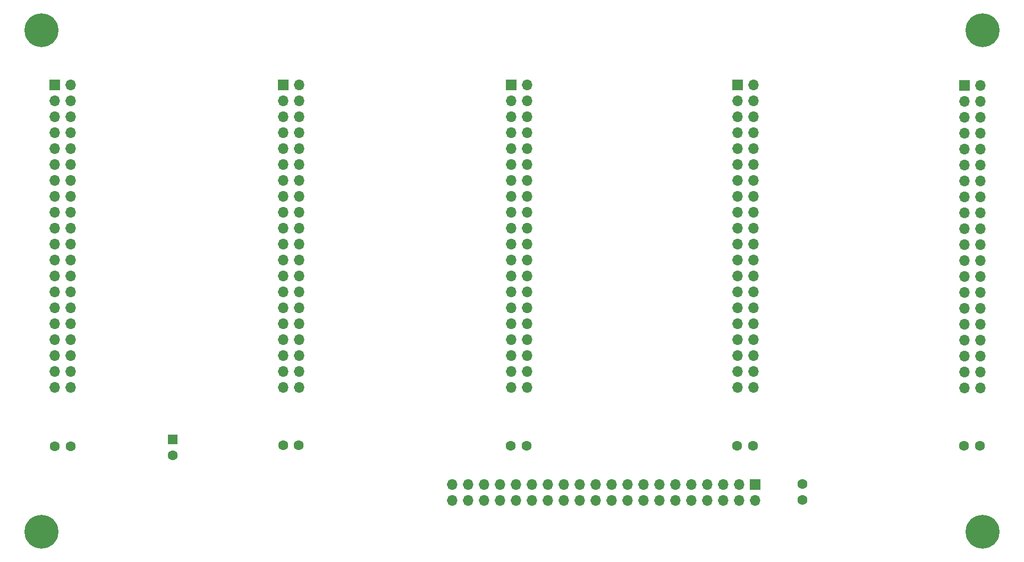
<source format=gbr>
%TF.GenerationSoftware,KiCad,Pcbnew,8.0.6*%
%TF.CreationDate,2024-12-15T12:43:40+01:00*%
%TF.ProjectId,busboard,62757362-6f61-4726-942e-6b696361645f,1.0*%
%TF.SameCoordinates,Original*%
%TF.FileFunction,Soldermask,Top*%
%TF.FilePolarity,Negative*%
%FSLAX46Y46*%
G04 Gerber Fmt 4.6, Leading zero omitted, Abs format (unit mm)*
G04 Created by KiCad (PCBNEW 8.0.6) date 2024-12-15 12:43:40*
%MOMM*%
%LPD*%
G01*
G04 APERTURE LIST*
%ADD10C,3.100000*%
%ADD11C,5.400000*%
%ADD12R,1.700000X1.700000*%
%ADD13O,1.700000X1.700000*%
%ADD14C,1.600000*%
%ADD15R,1.600000X1.600000*%
G04 APERTURE END LIST*
D10*
%TO.C,hole1*%
X236800000Y-38000000D03*
D11*
X236800000Y-38000000D03*
%TD*%
D12*
%TO.C,J3*%
X161660000Y-46700000D03*
D13*
X164200000Y-46700000D03*
X161660000Y-49240000D03*
X164200000Y-49240000D03*
X161660000Y-51780000D03*
X164200000Y-51780000D03*
X161660000Y-54320000D03*
X164200000Y-54320000D03*
X161660000Y-56860000D03*
X164200000Y-56860000D03*
X161660000Y-59400000D03*
X164200000Y-59400000D03*
X161660000Y-61940000D03*
X164200000Y-61940000D03*
X161660000Y-64480000D03*
X164200000Y-64480000D03*
X161660000Y-67020000D03*
X164200000Y-67020000D03*
X161660000Y-69560000D03*
X164200000Y-69560000D03*
X161660000Y-72100000D03*
X164200000Y-72100000D03*
X161660000Y-74640000D03*
X164200000Y-74640000D03*
X161660000Y-77180000D03*
X164200000Y-77180000D03*
X161660000Y-79720000D03*
X164200000Y-79720000D03*
X161660000Y-82260000D03*
X164200000Y-82260000D03*
X161660000Y-84800000D03*
X164200000Y-84800000D03*
X161660000Y-87340000D03*
X164200000Y-87340000D03*
X161660000Y-89880000D03*
X164200000Y-89880000D03*
X161660000Y-92420000D03*
X164200000Y-92420000D03*
X161660000Y-94960000D03*
X164200000Y-94960000D03*
%TD*%
D12*
%TO.C,J1*%
X88900000Y-46760000D03*
D13*
X91440000Y-46760000D03*
X88900000Y-49300000D03*
X91440000Y-49300000D03*
X88900000Y-51840000D03*
X91440000Y-51840000D03*
X88900000Y-54380000D03*
X91440000Y-54380000D03*
X88900000Y-56920000D03*
X91440000Y-56920000D03*
X88900000Y-59460000D03*
X91440000Y-59460000D03*
X88900000Y-62000000D03*
X91440000Y-62000000D03*
X88900000Y-64540000D03*
X91440000Y-64540000D03*
X88900000Y-67080000D03*
X91440000Y-67080000D03*
X88900000Y-69620000D03*
X91440000Y-69620000D03*
X88900000Y-72160000D03*
X91440000Y-72160000D03*
X88900000Y-74700000D03*
X91440000Y-74700000D03*
X88900000Y-77240000D03*
X91440000Y-77240000D03*
X88900000Y-79780000D03*
X91440000Y-79780000D03*
X88900000Y-82320000D03*
X91440000Y-82320000D03*
X88900000Y-84860000D03*
X91440000Y-84860000D03*
X88900000Y-87400000D03*
X91440000Y-87400000D03*
X88900000Y-89940000D03*
X91440000Y-89940000D03*
X88900000Y-92480000D03*
X91440000Y-92480000D03*
X88900000Y-95020000D03*
X91440000Y-95020000D03*
%TD*%
D10*
%TO.C,hole1*%
X86800000Y-118000000D03*
D11*
X86800000Y-118000000D03*
%TD*%
D12*
%TO.C,J6*%
X200560000Y-110460000D03*
D13*
X200560000Y-113000000D03*
X198020000Y-110460000D03*
X198020000Y-113000000D03*
X195480000Y-110460000D03*
X195480000Y-113000000D03*
X192940000Y-110460000D03*
X192940000Y-113000000D03*
X190400000Y-110460000D03*
X190400000Y-113000000D03*
X187860000Y-110460000D03*
X187860000Y-113000000D03*
X185320000Y-110460000D03*
X185320000Y-113000000D03*
X182780000Y-110460000D03*
X182780000Y-113000000D03*
X180240000Y-110460000D03*
X180240000Y-113000000D03*
X177700000Y-110460000D03*
X177700000Y-113000000D03*
X175160000Y-110460000D03*
X175160000Y-113000000D03*
X172620000Y-110460000D03*
X172620000Y-113000000D03*
X170080000Y-110460000D03*
X170080000Y-113000000D03*
X167540000Y-110460000D03*
X167540000Y-113000000D03*
X165000000Y-110460000D03*
X165000000Y-113000000D03*
X162460000Y-110460000D03*
X162460000Y-113000000D03*
X159920000Y-110460000D03*
X159920000Y-113000000D03*
X157380000Y-110460000D03*
X157380000Y-113000000D03*
X154840000Y-110460000D03*
X154840000Y-113000000D03*
X152300000Y-110460000D03*
X152300000Y-113000000D03*
%TD*%
D10*
%TO.C,hole1*%
X86800000Y-38000000D03*
D11*
X86800000Y-38000000D03*
%TD*%
D14*
%TO.C,C6*%
X208100000Y-110400000D03*
X208100000Y-112900000D03*
%TD*%
%TO.C,C2*%
X91450000Y-104360000D03*
X88950000Y-104360000D03*
%TD*%
D12*
%TO.C,J5*%
X233900000Y-46780000D03*
D13*
X236440000Y-46780000D03*
X233900000Y-49320000D03*
X236440000Y-49320000D03*
X233900000Y-51860000D03*
X236440000Y-51860000D03*
X233900000Y-54400000D03*
X236440000Y-54400000D03*
X233900000Y-56940000D03*
X236440000Y-56940000D03*
X233900000Y-59480000D03*
X236440000Y-59480000D03*
X233900000Y-62020000D03*
X236440000Y-62020000D03*
X233900000Y-64560000D03*
X236440000Y-64560000D03*
X233900000Y-67100000D03*
X236440000Y-67100000D03*
X233900000Y-69640000D03*
X236440000Y-69640000D03*
X233900000Y-72180000D03*
X236440000Y-72180000D03*
X233900000Y-74720000D03*
X236440000Y-74720000D03*
X233900000Y-77260000D03*
X236440000Y-77260000D03*
X233900000Y-79800000D03*
X236440000Y-79800000D03*
X233900000Y-82340000D03*
X236440000Y-82340000D03*
X233900000Y-84880000D03*
X236440000Y-84880000D03*
X233900000Y-87420000D03*
X236440000Y-87420000D03*
X233900000Y-89960000D03*
X236440000Y-89960000D03*
X233900000Y-92500000D03*
X236440000Y-92500000D03*
X233900000Y-95040000D03*
X236440000Y-95040000D03*
%TD*%
D10*
%TO.C,hole1*%
X236800000Y-118000000D03*
D11*
X236800000Y-118000000D03*
%TD*%
D14*
%TO.C,C5*%
X200150000Y-104300000D03*
X197650000Y-104300000D03*
%TD*%
%TO.C,C7*%
X236300000Y-104300000D03*
X233800000Y-104300000D03*
%TD*%
D12*
%TO.C,J4*%
X197760000Y-46680000D03*
D13*
X200300000Y-46680000D03*
X197760000Y-49220000D03*
X200300000Y-49220000D03*
X197760000Y-51760000D03*
X200300000Y-51760000D03*
X197760000Y-54300000D03*
X200300000Y-54300000D03*
X197760000Y-56840000D03*
X200300000Y-56840000D03*
X197760000Y-59380000D03*
X200300000Y-59380000D03*
X197760000Y-61920000D03*
X200300000Y-61920000D03*
X197760000Y-64460000D03*
X200300000Y-64460000D03*
X197760000Y-67000000D03*
X200300000Y-67000000D03*
X197760000Y-69540000D03*
X200300000Y-69540000D03*
X197760000Y-72080000D03*
X200300000Y-72080000D03*
X197760000Y-74620000D03*
X200300000Y-74620000D03*
X197760000Y-77160000D03*
X200300000Y-77160000D03*
X197760000Y-79700000D03*
X200300000Y-79700000D03*
X197760000Y-82240000D03*
X200300000Y-82240000D03*
X197760000Y-84780000D03*
X200300000Y-84780000D03*
X197760000Y-87320000D03*
X200300000Y-87320000D03*
X197760000Y-89860000D03*
X200300000Y-89860000D03*
X197760000Y-92400000D03*
X200300000Y-92400000D03*
X197760000Y-94940000D03*
X200300000Y-94940000D03*
%TD*%
D14*
%TO.C,C3*%
X127800000Y-104200000D03*
X125300000Y-104200000D03*
%TD*%
D12*
%TO.C,J2*%
X125300000Y-46700000D03*
D13*
X127840000Y-46700000D03*
X125300000Y-49240000D03*
X127840000Y-49240000D03*
X125300000Y-51780000D03*
X127840000Y-51780000D03*
X125300000Y-54320000D03*
X127840000Y-54320000D03*
X125300000Y-56860000D03*
X127840000Y-56860000D03*
X125300000Y-59400000D03*
X127840000Y-59400000D03*
X125300000Y-61940000D03*
X127840000Y-61940000D03*
X125300000Y-64480000D03*
X127840000Y-64480000D03*
X125300000Y-67020000D03*
X127840000Y-67020000D03*
X125300000Y-69560000D03*
X127840000Y-69560000D03*
X125300000Y-72100000D03*
X127840000Y-72100000D03*
X125300000Y-74640000D03*
X127840000Y-74640000D03*
X125300000Y-77180000D03*
X127840000Y-77180000D03*
X125300000Y-79720000D03*
X127840000Y-79720000D03*
X125300000Y-82260000D03*
X127840000Y-82260000D03*
X125300000Y-84800000D03*
X127840000Y-84800000D03*
X125300000Y-87340000D03*
X127840000Y-87340000D03*
X125300000Y-89880000D03*
X127840000Y-89880000D03*
X125300000Y-92420000D03*
X127840000Y-92420000D03*
X125300000Y-94960000D03*
X127840000Y-94960000D03*
%TD*%
D15*
%TO.C,C1*%
X107700000Y-103300000D03*
D14*
X107700000Y-105800000D03*
%TD*%
%TO.C,C4*%
X164100000Y-104300000D03*
X161600000Y-104300000D03*
%TD*%
M02*

</source>
